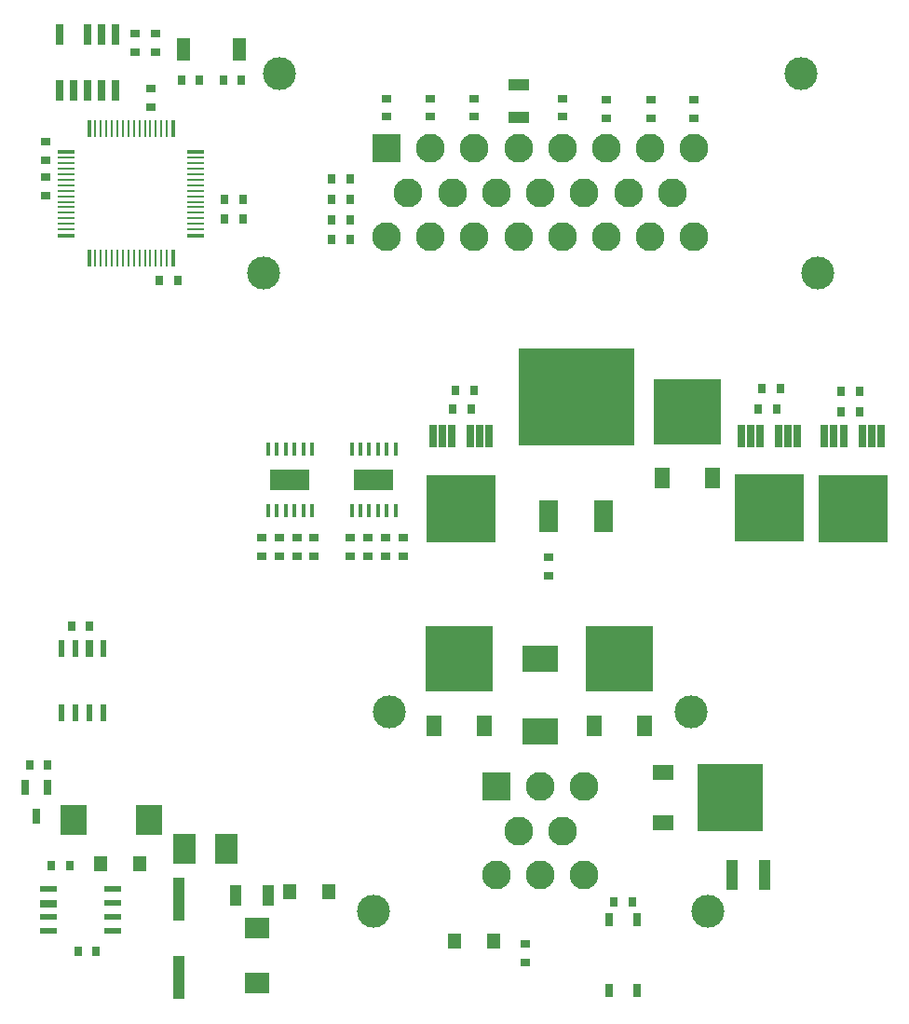
<source format=gts>
G04 #@! TF.GenerationSoftware,KiCad,Pcbnew,(5.0.0-rc2-dev-130-g0bdae22af-dirty)*
G04 #@! TF.CreationDate,2018-05-29T15:45:05+03:00*
G04 #@! TF.ProjectId,fsb,6673622E6B696361645F706362000000,rev?*
G04 #@! TF.SameCoordinates,Original*
G04 #@! TF.FileFunction,Soldermask,Top*
G04 #@! TF.FilePolarity,Negative*
%FSLAX46Y46*%
G04 Gerber Fmt 4.6, Leading zero omitted, Abs format (unit mm)*
G04 Created by KiCad (PCBNEW (5.0.0-rc2-dev-130-g0bdae22af-dirty)) date Tue May 29 15:45:05 2018*
%MOMM*%
%LPD*%
G01*
G04 APERTURE LIST*
%ADD10R,10.500000X8.900000*%
%ADD11R,1.700000X3.000000*%
%ADD12R,0.762000X0.939800*%
%ADD13R,0.650000X2.000000*%
%ADD14R,6.300000X6.100000*%
%ADD15R,2.179320X1.900000*%
%ADD16R,2.623820X2.623820*%
%ADD17C,2.623820*%
%ADD18C,2.999740*%
%ADD19R,1.297940X1.399540*%
%ADD20R,2.400000X2.700000*%
%ADD21R,0.939800X0.762000*%
%ADD22R,0.998220X1.899920*%
%ADD23R,0.635000X1.905000*%
%ADD24R,2.000000X2.800000*%
%ADD25R,0.700000X1.350000*%
%ADD26R,1.300000X2.000000*%
%ADD27R,0.700000X1.200000*%
%ADD28R,1.899920X0.998220*%
%ADD29R,0.398780X1.498600*%
%ADD30R,0.279400X1.498600*%
%ADD31R,1.498600X0.398780*%
%ADD32R,1.498600X0.279400*%
%ADD33R,0.600000X1.524000*%
%ADD34R,0.635000X1.524000*%
%ADD35R,0.400000X1.200000*%
%ADD36R,3.600000X1.900000*%
%ADD37R,1.524000X0.600000*%
%ADD38R,1.524000X0.635000*%
%ADD39R,1.900000X1.400000*%
%ADD40R,5.970000X6.100000*%
%ADD41R,0.998220X3.997960*%
%ADD42R,3.300000X2.400000*%
%ADD43R,1.400000X1.900000*%
%ADD44R,6.100000X5.970000*%
%ADD45R,1.000000X2.800000*%
G04 APERTURE END LIST*
D10*
X171250000Y-83600000D03*
D11*
X168710000Y-94450000D03*
X173750000Y-94450000D03*
D12*
X140938200Y-65600000D03*
X139261800Y-65600000D03*
D13*
X191350000Y-87100000D03*
X190500000Y-87100000D03*
X189650000Y-87100000D03*
X187950000Y-87100000D03*
X187100000Y-87100000D03*
X186250000Y-87100000D03*
D14*
X188800000Y-93670000D03*
D15*
X142250000Y-136850000D03*
X142250000Y-131850000D03*
D16*
X164002040Y-119002040D03*
D17*
X168000000Y-119002040D03*
X171997960Y-119002040D03*
X166001020Y-123000000D03*
X169998980Y-123000000D03*
X164002040Y-126997960D03*
X168000000Y-126997960D03*
X171997960Y-126997960D03*
D18*
X154301780Y-112202460D03*
X181698220Y-112202460D03*
X183199360Y-130299960D03*
X152800640Y-130299960D03*
D19*
X163765300Y-133000000D03*
X160234700Y-133000000D03*
D16*
X154002060Y-61002040D03*
D17*
X158000020Y-61002040D03*
X162000520Y-61002040D03*
X166001020Y-61002040D03*
X169998980Y-61002040D03*
X173999480Y-61002040D03*
X177999980Y-61002040D03*
X181997940Y-61002040D03*
X156001040Y-65000000D03*
X160001540Y-65000000D03*
X164002040Y-65000000D03*
X168000000Y-65000000D03*
X171997960Y-65000000D03*
X175998460Y-65000000D03*
X179998960Y-65000000D03*
X154002060Y-68997960D03*
X158000020Y-68997960D03*
X162000520Y-68997960D03*
X166001020Y-68997960D03*
X169998980Y-68997960D03*
X173999480Y-68997960D03*
X177999980Y-68997960D03*
X181997940Y-68997960D03*
D18*
X144301800Y-54202460D03*
X191698200Y-54202460D03*
X142800660Y-72299960D03*
X193199340Y-72299960D03*
D12*
X125961800Y-134000000D03*
X127638200Y-134000000D03*
X123561800Y-126200000D03*
X125238200Y-126200000D03*
D20*
X132400000Y-122000000D03*
X125600000Y-122000000D03*
D12*
X121561800Y-117000000D03*
X123238200Y-117000000D03*
D21*
X132600000Y-55561800D03*
X132600000Y-57238200D03*
D12*
X140938200Y-67400000D03*
X139261800Y-67400000D03*
X133361800Y-73000000D03*
X135038200Y-73000000D03*
D21*
X123000000Y-62038200D03*
X123000000Y-60361800D03*
X123000000Y-63600000D03*
X123000000Y-65276400D03*
D12*
X139161800Y-54800000D03*
X140838200Y-54800000D03*
X137038200Y-54800000D03*
X135361800Y-54800000D03*
X125361800Y-104400000D03*
X127038200Y-104400000D03*
D19*
X148765300Y-128500000D03*
X145234700Y-128500000D03*
X128034700Y-126000000D03*
X131565300Y-126000000D03*
D22*
X143298600Y-128900000D03*
X140301400Y-128900000D03*
D23*
X129340000Y-50660000D03*
X129340000Y-55740000D03*
X128070000Y-50660000D03*
X128070000Y-55740000D03*
X126800000Y-50660000D03*
X126800000Y-55740000D03*
X125530000Y-55740000D03*
X124260000Y-50660000D03*
X124260000Y-55740000D03*
D24*
X135650000Y-124650000D03*
X139450000Y-124650000D03*
D21*
X131200000Y-52238200D03*
X131200000Y-50561800D03*
X133000000Y-52238200D03*
X133000000Y-50561800D03*
D25*
X123200000Y-119100000D03*
X121200000Y-119100000D03*
X122200000Y-121700000D03*
D26*
X140622082Y-52014163D03*
X135542082Y-52014163D03*
D21*
X166600000Y-134938200D03*
X166600000Y-133261800D03*
D27*
X176770000Y-131077889D03*
X174230000Y-131077889D03*
X174230000Y-137477889D03*
X176770000Y-137477889D03*
D12*
X176338200Y-129500000D03*
X174661800Y-129500000D03*
D28*
X166000000Y-55201400D03*
X166000000Y-58198600D03*
D21*
X170000000Y-58138200D03*
X170000000Y-56461800D03*
X154000000Y-56461800D03*
X154000000Y-58138200D03*
X158000000Y-58138200D03*
X158000000Y-56461800D03*
X162000000Y-56461800D03*
X162000000Y-58138200D03*
X153950000Y-98038200D03*
X153950000Y-96361800D03*
X155550000Y-98038200D03*
X155550000Y-96361800D03*
X152350000Y-98038200D03*
X152350000Y-96361800D03*
X150750000Y-96361800D03*
X150750000Y-98038200D03*
D29*
X126990000Y-70997880D03*
D30*
X127551340Y-70997880D03*
X128051720Y-70997880D03*
X128552100Y-70997880D03*
X129052480Y-70997880D03*
X129550320Y-70997880D03*
X130050700Y-70997880D03*
X130551080Y-70997880D03*
X131048920Y-70997880D03*
X131549300Y-70997880D03*
X132049680Y-70997880D03*
X132547520Y-70997880D03*
X133047900Y-70997880D03*
X133548280Y-70997880D03*
X134048660Y-70997880D03*
D29*
X134610000Y-70997880D03*
D31*
X136697880Y-68910000D03*
D32*
X136697880Y-68348660D03*
X136697880Y-67848280D03*
X136697880Y-67347900D03*
X136697880Y-66847520D03*
X136697880Y-66349680D03*
X136697880Y-65849300D03*
X136697880Y-65348920D03*
X136697880Y-64851080D03*
X136697880Y-64350700D03*
X136697880Y-63850320D03*
X136697880Y-63352480D03*
X136697880Y-62852100D03*
X136697880Y-62351720D03*
X136697880Y-61851340D03*
D31*
X136697880Y-61290000D03*
D29*
X134610000Y-59202120D03*
D30*
X134048660Y-59202120D03*
X133548280Y-59202120D03*
X133047900Y-59202120D03*
X132547520Y-59202120D03*
X132049680Y-59202120D03*
X131549300Y-59202120D03*
X131048920Y-59202120D03*
X130551080Y-59202120D03*
X130050700Y-59202120D03*
X129550320Y-59202120D03*
X129052480Y-59202120D03*
X128552100Y-59202120D03*
X128051720Y-59202120D03*
X127551340Y-59202120D03*
D29*
X126990000Y-59202120D03*
D31*
X124902120Y-61290000D03*
D32*
X124902120Y-61851340D03*
X124902120Y-62351720D03*
X124902120Y-62852100D03*
X124902120Y-63352480D03*
X124902120Y-63850320D03*
X124902120Y-64350700D03*
X124902120Y-64851080D03*
X124902120Y-65348920D03*
X124902120Y-65849300D03*
X124902120Y-66349680D03*
X124902120Y-66847520D03*
X124902120Y-67347900D03*
X124902120Y-67848280D03*
X124902120Y-68348660D03*
D31*
X124902120Y-68910000D03*
D33*
X128305000Y-112321000D03*
X127035000Y-112321000D03*
X125765000Y-112321000D03*
X124495000Y-112321000D03*
X124495000Y-106479000D03*
X125765000Y-106479000D03*
D34*
X127000000Y-106479000D03*
D33*
X128305000Y-106479000D03*
D35*
X150850000Y-93900000D03*
X151650000Y-93900000D03*
X152450000Y-93900000D03*
X153250000Y-93900000D03*
X154050000Y-93900000D03*
X154850000Y-93900000D03*
X154850000Y-88300000D03*
X154050000Y-88300000D03*
X153250000Y-88300000D03*
X152450000Y-88300000D03*
X151650000Y-88300000D03*
X150850000Y-88300000D03*
D36*
X152850000Y-91100000D03*
D37*
X129121000Y-128295000D03*
X129121000Y-129565000D03*
X129121000Y-130835000D03*
X129121000Y-132105000D03*
X123279000Y-132105000D03*
X123279000Y-130835000D03*
D38*
X123279000Y-129600000D03*
D37*
X123279000Y-128295000D03*
D39*
X179165000Y-117710000D03*
X179165000Y-122290000D03*
D40*
X185250000Y-120000000D03*
D21*
X174000000Y-58238200D03*
X174000000Y-56561800D03*
X178100000Y-56561800D03*
X178100000Y-58238200D03*
D41*
X135150000Y-136348380D03*
X135150000Y-129251620D03*
D42*
X167950000Y-114000000D03*
X167950000Y-107400000D03*
D12*
X160311800Y-82950000D03*
X161988200Y-82950000D03*
X160024522Y-84650000D03*
X161700922Y-84650000D03*
D21*
X144250000Y-98038200D03*
X144250000Y-96361800D03*
X142650000Y-96361800D03*
X142650000Y-98038200D03*
X145850000Y-98038200D03*
X145850000Y-96361800D03*
X147450000Y-98038200D03*
X147450000Y-96361800D03*
D14*
X160800000Y-93720000D03*
D13*
X158250000Y-87150000D03*
X159100000Y-87150000D03*
X159950000Y-87150000D03*
X161650000Y-87150000D03*
X162500000Y-87150000D03*
X163350000Y-87150000D03*
D35*
X143250000Y-93900000D03*
X144050000Y-93900000D03*
X144850000Y-93900000D03*
X145650000Y-93900000D03*
X146450000Y-93900000D03*
X147250000Y-93900000D03*
X147250000Y-88300000D03*
X146450000Y-88300000D03*
X145650000Y-88300000D03*
X144850000Y-88300000D03*
X144050000Y-88300000D03*
X143250000Y-88300000D03*
D36*
X145250000Y-91100000D03*
D21*
X182000000Y-56550000D03*
X182000000Y-58226400D03*
D12*
X189838200Y-82850000D03*
X188161800Y-82850000D03*
X195311800Y-83100000D03*
X196988200Y-83100000D03*
X195311800Y-84900000D03*
X196988200Y-84900000D03*
X189488200Y-84650000D03*
X187811800Y-84650000D03*
D14*
X196400000Y-93720000D03*
D13*
X193850000Y-87150000D03*
X194700000Y-87150000D03*
X195550000Y-87150000D03*
X197250000Y-87150000D03*
X198100000Y-87150000D03*
X198950000Y-87150000D03*
D43*
X179110000Y-90985000D03*
X183690000Y-90985000D03*
D44*
X181400000Y-84900000D03*
D45*
X185398600Y-127000000D03*
X188398600Y-127000000D03*
D21*
X168750000Y-98161800D03*
X168750000Y-99838200D03*
D12*
X150738200Y-63800000D03*
X149061800Y-63800000D03*
X150738200Y-65600000D03*
X149061800Y-65600000D03*
D44*
X160600000Y-107400000D03*
D43*
X162890000Y-113485000D03*
X158310000Y-113485000D03*
X172910000Y-113485000D03*
X177490000Y-113485000D03*
D44*
X175200000Y-107400000D03*
D12*
X149023600Y-69300000D03*
X150700000Y-69300000D03*
X150720601Y-67479066D03*
X149044201Y-67479066D03*
M02*

</source>
